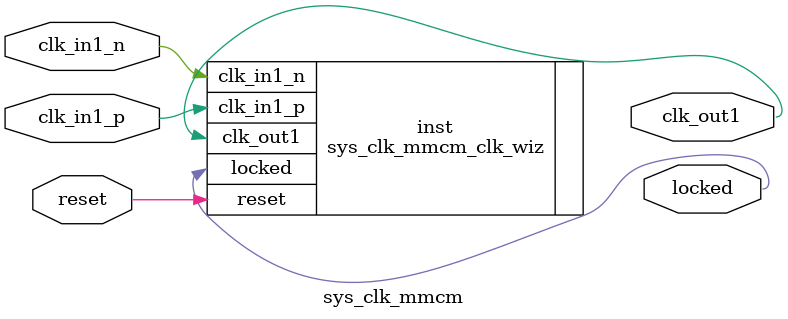
<source format=v>


`timescale 1ps/1ps

(* CORE_GENERATION_INFO = "sys_clk_mmcm,clk_wiz_v6_0_13_0_0,{component_name=sys_clk_mmcm,use_phase_alignment=false,use_min_o_jitter=false,use_max_i_jitter=false,use_dyn_phase_shift=false,use_inclk_switchover=false,use_dyn_reconfig=false,enable_axi=0,feedback_source=FDBK_AUTO,PRIMITIVE=MMCM,num_out_clk=1,clkin1_period=5.000,clkin2_period=10.0,use_power_down=false,use_reset=true,use_locked=true,use_inclk_stopped=false,feedback_type=SINGLE,CLOCK_MGR_TYPE=NA,manual_override=false}" *)

module sys_clk_mmcm 
 (
  // Clock out ports
  output        clk_out1,
  // Status and control signals
  input         reset,
  output        locked,
 // Clock in ports
  input         clk_in1_p,
  input         clk_in1_n
 );

  sys_clk_mmcm_clk_wiz inst
  (
  // Clock out ports  
  .clk_out1(clk_out1),
  // Status and control signals               
  .reset(reset), 
  .locked(locked),
 // Clock in ports
  .clk_in1_p(clk_in1_p),
  .clk_in1_n(clk_in1_n)
  );

endmodule

</source>
